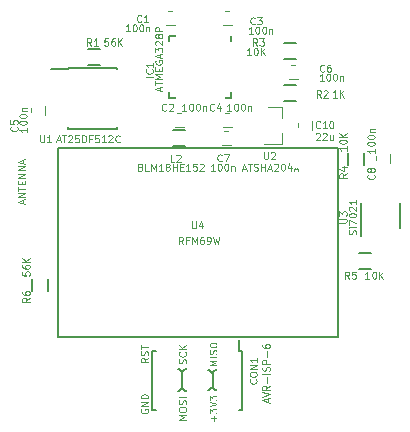
<source format=gto>
G04 #@! TF.GenerationSoftware,KiCad,Pcbnew,no-vcs-found-7500~57~ubuntu16.04.1*
G04 #@! TF.CreationDate,2017-01-23T15:50:57+02:00*
G04 #@! TF.ProjectId,temperature_humidity,74656D70657261747572655F68756D69,rev?*
G04 #@! TF.FileFunction,Legend,Top*
G04 #@! TF.FilePolarity,Positive*
%FSLAX46Y46*%
G04 Gerber Fmt 4.6, Leading zero omitted, Abs format (unit mm)*
G04 Created by KiCad (PCBNEW no-vcs-found-7500~57~ubuntu16.04.1) date Mon Jan 23 15:50:57 2017*
%MOMM*%
%LPD*%
G01*
G04 APERTURE LIST*
%ADD10C,0.100000*%
%ADD11C,0.120000*%
%ADD12C,0.150000*%
%ADD13R,1.670000X2.900000*%
%ADD14R,1.600000X1.150000*%
%ADD15R,1.150000X1.600000*%
%ADD16R,2.125000X2.125000*%
%ADD17R,1.100000X0.650000*%
%ADD18R,0.650000X1.100000*%
%ADD19R,1.900000X3.400000*%
%ADD20R,1.600000X1.300000*%
%ADD21R,1.300000X1.600000*%
%ADD22R,1.950000X1.000000*%
%ADD23R,1.300000X1.200000*%
%ADD24R,1.700000X1.250000*%
%ADD25R,0.850000X1.030000*%
%ADD26R,3.400000X1.600000*%
G04 APERTURE END LIST*
D10*
D11*
X115842857Y-99371428D02*
X115871428Y-99285714D01*
X115871428Y-99142857D01*
X115842857Y-99085714D01*
X115814285Y-99057142D01*
X115757142Y-99028571D01*
X115700000Y-99028571D01*
X115642857Y-99057142D01*
X115614285Y-99085714D01*
X115585714Y-99142857D01*
X115557142Y-99257142D01*
X115528571Y-99314285D01*
X115500000Y-99342857D01*
X115442857Y-99371428D01*
X115385714Y-99371428D01*
X115328571Y-99342857D01*
X115300000Y-99314285D01*
X115271428Y-99257142D01*
X115271428Y-99114285D01*
X115300000Y-99028571D01*
X115814285Y-98428571D02*
X115842857Y-98457142D01*
X115871428Y-98542857D01*
X115871428Y-98600000D01*
X115842857Y-98685714D01*
X115785714Y-98742857D01*
X115728571Y-98771428D01*
X115614285Y-98800000D01*
X115528571Y-98800000D01*
X115414285Y-98771428D01*
X115357142Y-98742857D01*
X115300000Y-98685714D01*
X115271428Y-98600000D01*
X115271428Y-98542857D01*
X115300000Y-98457142D01*
X115328571Y-98428571D01*
X115871428Y-98171428D02*
X115271428Y-98171428D01*
X115871428Y-97828571D02*
X115528571Y-98085714D01*
X115271428Y-97828571D02*
X115614285Y-98171428D01*
X118471428Y-99542857D02*
X117871428Y-99542857D01*
X118300000Y-99342857D01*
X117871428Y-99142857D01*
X118471428Y-99142857D01*
X118471428Y-98857142D02*
X117871428Y-98857142D01*
X118442857Y-98600000D02*
X118471428Y-98514285D01*
X118471428Y-98371428D01*
X118442857Y-98314285D01*
X118414285Y-98285714D01*
X118357142Y-98257142D01*
X118300000Y-98257142D01*
X118242857Y-98285714D01*
X118214285Y-98314285D01*
X118185714Y-98371428D01*
X118157142Y-98485714D01*
X118128571Y-98542857D01*
X118100000Y-98571428D01*
X118042857Y-98600000D01*
X117985714Y-98600000D01*
X117928571Y-98571428D01*
X117900000Y-98542857D01*
X117871428Y-98485714D01*
X117871428Y-98342857D01*
X117900000Y-98257142D01*
X117871428Y-97885714D02*
X117871428Y-97771428D01*
X117900000Y-97714285D01*
X117957142Y-97657142D01*
X118071428Y-97628571D01*
X118271428Y-97628571D01*
X118385714Y-97657142D01*
X118442857Y-97714285D01*
X118471428Y-97771428D01*
X118471428Y-97885714D01*
X118442857Y-97942857D01*
X118385714Y-98000000D01*
X118271428Y-98028571D01*
X118071428Y-98028571D01*
X117957142Y-98000000D01*
X117900000Y-97942857D01*
X117871428Y-97885714D01*
X118242857Y-104257142D02*
X118242857Y-103800000D01*
X118471428Y-104028571D02*
X118014285Y-104028571D01*
X117871428Y-103571428D02*
X117871428Y-103200000D01*
X118100000Y-103400000D01*
X118100000Y-103314285D01*
X118128571Y-103257142D01*
X118157142Y-103228571D01*
X118214285Y-103200000D01*
X118357142Y-103200000D01*
X118414285Y-103228571D01*
X118442857Y-103257142D01*
X118471428Y-103314285D01*
X118471428Y-103485714D01*
X118442857Y-103542857D01*
X118414285Y-103571428D01*
X117871428Y-103028571D02*
X118471428Y-102828571D01*
X117871428Y-102628571D01*
X117871428Y-102485714D02*
X117871428Y-102114285D01*
X118100000Y-102314285D01*
X118100000Y-102228571D01*
X118128571Y-102171428D01*
X118157142Y-102142857D01*
X118214285Y-102114285D01*
X118357142Y-102114285D01*
X118414285Y-102142857D01*
X118442857Y-102171428D01*
X118471428Y-102228571D01*
X118471428Y-102400000D01*
X118442857Y-102457142D01*
X118414285Y-102485714D01*
X115871428Y-104142857D02*
X115271428Y-104142857D01*
X115700000Y-103942857D01*
X115271428Y-103742857D01*
X115871428Y-103742857D01*
X115271428Y-103342857D02*
X115271428Y-103228571D01*
X115300000Y-103171428D01*
X115357142Y-103114285D01*
X115471428Y-103085714D01*
X115671428Y-103085714D01*
X115785714Y-103114285D01*
X115842857Y-103171428D01*
X115871428Y-103228571D01*
X115871428Y-103342857D01*
X115842857Y-103400000D01*
X115785714Y-103457142D01*
X115671428Y-103485714D01*
X115471428Y-103485714D01*
X115357142Y-103457142D01*
X115300000Y-103400000D01*
X115271428Y-103342857D01*
X115842857Y-102857142D02*
X115871428Y-102771428D01*
X115871428Y-102628571D01*
X115842857Y-102571428D01*
X115814285Y-102542857D01*
X115757142Y-102514285D01*
X115700000Y-102514285D01*
X115642857Y-102542857D01*
X115614285Y-102571428D01*
X115585714Y-102628571D01*
X115557142Y-102742857D01*
X115528571Y-102800000D01*
X115500000Y-102828571D01*
X115442857Y-102857142D01*
X115385714Y-102857142D01*
X115328571Y-102828571D01*
X115300000Y-102800000D01*
X115271428Y-102742857D01*
X115271428Y-102600000D01*
X115300000Y-102514285D01*
X115871428Y-102257142D02*
X115271428Y-102257142D01*
X112100000Y-103257142D02*
X112071428Y-103314285D01*
X112071428Y-103400000D01*
X112100000Y-103485714D01*
X112157142Y-103542857D01*
X112214285Y-103571428D01*
X112328571Y-103600000D01*
X112414285Y-103600000D01*
X112528571Y-103571428D01*
X112585714Y-103542857D01*
X112642857Y-103485714D01*
X112671428Y-103400000D01*
X112671428Y-103342857D01*
X112642857Y-103257142D01*
X112614285Y-103228571D01*
X112414285Y-103228571D01*
X112414285Y-103342857D01*
X112671428Y-102971428D02*
X112071428Y-102971428D01*
X112671428Y-102628571D01*
X112071428Y-102628571D01*
X112671428Y-102342857D02*
X112071428Y-102342857D01*
X112071428Y-102200000D01*
X112100000Y-102114285D01*
X112157142Y-102057142D01*
X112214285Y-102028571D01*
X112328571Y-102000000D01*
X112414285Y-102000000D01*
X112528571Y-102028571D01*
X112585714Y-102057142D01*
X112642857Y-102114285D01*
X112671428Y-102200000D01*
X112671428Y-102342857D01*
X112671428Y-98928571D02*
X112385714Y-99128571D01*
X112671428Y-99271428D02*
X112071428Y-99271428D01*
X112071428Y-99042857D01*
X112100000Y-98985714D01*
X112128571Y-98957142D01*
X112185714Y-98928571D01*
X112271428Y-98928571D01*
X112328571Y-98957142D01*
X112357142Y-98985714D01*
X112385714Y-99042857D01*
X112385714Y-99271428D01*
X112642857Y-98700000D02*
X112671428Y-98614285D01*
X112671428Y-98471428D01*
X112642857Y-98414285D01*
X112614285Y-98385714D01*
X112557142Y-98357142D01*
X112500000Y-98357142D01*
X112442857Y-98385714D01*
X112414285Y-98414285D01*
X112385714Y-98471428D01*
X112357142Y-98585714D01*
X112328571Y-98642857D01*
X112300000Y-98671428D01*
X112242857Y-98700000D01*
X112185714Y-98700000D01*
X112128571Y-98671428D01*
X112100000Y-98642857D01*
X112071428Y-98585714D01*
X112071428Y-98442857D01*
X112100000Y-98357142D01*
X112071428Y-98185714D02*
X112071428Y-97842857D01*
X112671428Y-98014285D02*
X112071428Y-98014285D01*
D12*
X115570000Y-100137848D02*
X115570000Y-101439883D01*
X115316000Y-99838000D02*
X115570000Y-100092000D01*
X115570000Y-100092000D02*
X115824000Y-99838000D01*
X115824000Y-99838000D02*
X115951000Y-99838000D01*
X115189000Y-99838000D02*
X115316000Y-99838000D01*
X117856000Y-99938000D02*
X118110000Y-100192000D01*
X115824000Y-101738000D02*
X115570000Y-101484000D01*
X118364000Y-99938000D02*
X118491000Y-99938000D01*
X115316000Y-101738000D02*
X115189000Y-101738000D01*
X118110000Y-100192000D02*
X118364000Y-99938000D01*
X115570000Y-101484000D02*
X115316000Y-101738000D01*
X117729000Y-99938000D02*
X117856000Y-99938000D01*
X115951000Y-101738000D02*
X115824000Y-101738000D01*
X120650000Y-103338000D02*
X120370000Y-103338000D01*
X117856000Y-101638000D02*
X117729000Y-101638000D01*
X118110000Y-101384000D02*
X117856000Y-101638000D01*
X118364000Y-101638000D02*
X118110000Y-101384000D01*
X118491000Y-101638000D02*
X118364000Y-101638000D01*
X120650000Y-103338000D02*
X120650000Y-98338000D01*
X120650000Y-98338000D02*
X120370000Y-98338000D01*
X113030000Y-98338000D02*
X113310000Y-98338000D01*
X113030000Y-103338000D02*
X113030000Y-98338000D01*
X113030000Y-103338000D02*
X113310000Y-103338000D01*
X118140000Y-100138000D02*
X118140000Y-101438000D01*
X120340000Y-98338000D02*
X120340000Y-97438000D01*
D11*
X114204000Y-69504000D02*
X114904000Y-69504000D01*
X114904000Y-70704000D02*
X114204000Y-70704000D01*
X115666000Y-79340000D02*
X114966000Y-79340000D01*
X114966000Y-78140000D02*
X115666000Y-78140000D01*
X119730000Y-70704000D02*
X119030000Y-70704000D01*
X119030000Y-69504000D02*
X119730000Y-69504000D01*
X119730000Y-79340000D02*
X119030000Y-79340000D01*
X119030000Y-78140000D02*
X119730000Y-78140000D01*
X102778000Y-78328000D02*
X102778000Y-77628000D01*
X103978000Y-77628000D02*
X103978000Y-78328000D01*
X124618000Y-74076000D02*
X125318000Y-74076000D01*
X125318000Y-75276000D02*
X124618000Y-75276000D01*
X118964000Y-79664000D02*
X119664000Y-79664000D01*
X119664000Y-80864000D02*
X118964000Y-80864000D01*
X133188000Y-81692000D02*
X133188000Y-82392000D01*
X131988000Y-82392000D02*
X131988000Y-81692000D01*
X125384000Y-79598000D02*
X125384000Y-78898000D01*
X126584000Y-78898000D02*
X126584000Y-79598000D01*
D12*
X119719000Y-76893500D02*
X119719000Y-76368500D01*
X114469000Y-76893500D02*
X114469000Y-76368500D01*
X114469000Y-71643500D02*
X114469000Y-72168500D01*
X119719000Y-71643500D02*
X119719000Y-72168500D01*
X114469000Y-76893500D02*
X114994000Y-76893500D01*
X114469000Y-71643500D02*
X114994000Y-71643500D01*
X119719000Y-76893500D02*
X119194000Y-76893500D01*
X108620000Y-74081000D02*
X107620000Y-74081000D01*
X107620000Y-72731000D02*
X108620000Y-72731000D01*
X125214000Y-77129000D02*
X124214000Y-77129000D01*
X124214000Y-75779000D02*
X125214000Y-75779000D01*
X125214000Y-73573000D02*
X124214000Y-73573000D01*
X124214000Y-72223000D02*
X125214000Y-72223000D01*
X129627000Y-82542000D02*
X129627000Y-81542000D01*
X130977000Y-81542000D02*
X130977000Y-82542000D01*
X130564000Y-90003000D02*
X131564000Y-90003000D01*
X131564000Y-91353000D02*
X130564000Y-91353000D01*
X102873000Y-93210000D02*
X102873000Y-92210000D01*
X104223000Y-92210000D02*
X104223000Y-93210000D01*
X105875000Y-74437000D02*
X104475000Y-74437000D01*
X105875000Y-79537000D02*
X110025000Y-79537000D01*
X105875000Y-74387000D02*
X110025000Y-74387000D01*
X105875000Y-79537000D02*
X105875000Y-79392000D01*
X110025000Y-79537000D02*
X110025000Y-79392000D01*
X110025000Y-74387000D02*
X110025000Y-74532000D01*
X105875000Y-74387000D02*
X105875000Y-74437000D01*
D11*
X123966000Y-80828000D02*
X122506000Y-80828000D01*
X123966000Y-77668000D02*
X121806000Y-77668000D01*
X123966000Y-77668000D02*
X123966000Y-78598000D01*
X123966000Y-80828000D02*
X123966000Y-79898000D01*
D12*
X130684000Y-88598000D02*
X130684000Y-85843000D01*
X133984000Y-87893000D02*
X133984000Y-85843000D01*
X128746000Y-97106000D02*
X105046000Y-97106000D01*
X105046000Y-97106000D02*
X105046000Y-81106000D01*
X105046000Y-81106000D02*
X128746000Y-81106000D01*
X128746000Y-81106000D02*
X128746000Y-97106000D01*
X114816000Y-79589000D02*
X115816000Y-79589000D01*
X115816000Y-80939000D02*
X114816000Y-80939000D01*
D11*
X121814285Y-100728571D02*
X121842857Y-100757142D01*
X121871428Y-100842857D01*
X121871428Y-100900000D01*
X121842857Y-100985714D01*
X121785714Y-101042857D01*
X121728571Y-101071428D01*
X121614285Y-101100000D01*
X121528571Y-101100000D01*
X121414285Y-101071428D01*
X121357142Y-101042857D01*
X121300000Y-100985714D01*
X121271428Y-100900000D01*
X121271428Y-100842857D01*
X121300000Y-100757142D01*
X121328571Y-100728571D01*
X121271428Y-100357142D02*
X121271428Y-100242857D01*
X121300000Y-100185714D01*
X121357142Y-100128571D01*
X121471428Y-100100000D01*
X121671428Y-100100000D01*
X121785714Y-100128571D01*
X121842857Y-100185714D01*
X121871428Y-100242857D01*
X121871428Y-100357142D01*
X121842857Y-100414285D01*
X121785714Y-100471428D01*
X121671428Y-100500000D01*
X121471428Y-100500000D01*
X121357142Y-100471428D01*
X121300000Y-100414285D01*
X121271428Y-100357142D01*
X121871428Y-99842857D02*
X121271428Y-99842857D01*
X121871428Y-99500000D01*
X121271428Y-99500000D01*
X121871428Y-98900000D02*
X121871428Y-99242857D01*
X121871428Y-99071428D02*
X121271428Y-99071428D01*
X121357142Y-99128571D01*
X121414285Y-99185714D01*
X121442857Y-99242857D01*
X122782000Y-102657142D02*
X122782000Y-102371428D01*
X122953428Y-102714285D02*
X122353428Y-102514285D01*
X122953428Y-102314285D01*
X122353428Y-102200000D02*
X122953428Y-102000000D01*
X122353428Y-101800000D01*
X122953428Y-101257142D02*
X122667714Y-101457142D01*
X122953428Y-101600000D02*
X122353428Y-101600000D01*
X122353428Y-101371428D01*
X122382000Y-101314285D01*
X122410571Y-101285714D01*
X122467714Y-101257142D01*
X122553428Y-101257142D01*
X122610571Y-101285714D01*
X122639142Y-101314285D01*
X122667714Y-101371428D01*
X122667714Y-101600000D01*
X122724857Y-101000000D02*
X122724857Y-100542857D01*
X122953428Y-100257142D02*
X122353428Y-100257142D01*
X122924857Y-100000000D02*
X122953428Y-99914285D01*
X122953428Y-99771428D01*
X122924857Y-99714285D01*
X122896285Y-99685714D01*
X122839142Y-99657142D01*
X122782000Y-99657142D01*
X122724857Y-99685714D01*
X122696285Y-99714285D01*
X122667714Y-99771428D01*
X122639142Y-99885714D01*
X122610571Y-99942857D01*
X122582000Y-99971428D01*
X122524857Y-100000000D01*
X122467714Y-100000000D01*
X122410571Y-99971428D01*
X122382000Y-99942857D01*
X122353428Y-99885714D01*
X122353428Y-99742857D01*
X122382000Y-99657142D01*
X122953428Y-99400000D02*
X122353428Y-99400000D01*
X122353428Y-99171428D01*
X122382000Y-99114285D01*
X122410571Y-99085714D01*
X122467714Y-99057142D01*
X122553428Y-99057142D01*
X122610571Y-99085714D01*
X122639142Y-99114285D01*
X122667714Y-99171428D01*
X122667714Y-99400000D01*
X122724857Y-98800000D02*
X122724857Y-98342857D01*
X122353428Y-97800000D02*
X122353428Y-97914285D01*
X122382000Y-97971428D01*
X122410571Y-98000000D01*
X122496285Y-98057142D01*
X122610571Y-98085714D01*
X122839142Y-98085714D01*
X122896285Y-98057142D01*
X122924857Y-98028571D01*
X122953428Y-97971428D01*
X122953428Y-97857142D01*
X122924857Y-97800000D01*
X122896285Y-97771428D01*
X122839142Y-97742857D01*
X122696285Y-97742857D01*
X122639142Y-97771428D01*
X122610571Y-97800000D01*
X122582000Y-97857142D01*
X122582000Y-97971428D01*
X122610571Y-98028571D01*
X122639142Y-98057142D01*
X122696285Y-98085714D01*
X112100000Y-70414285D02*
X112071428Y-70442857D01*
X111985714Y-70471428D01*
X111928571Y-70471428D01*
X111842857Y-70442857D01*
X111785714Y-70385714D01*
X111757142Y-70328571D01*
X111728571Y-70214285D01*
X111728571Y-70128571D01*
X111757142Y-70014285D01*
X111785714Y-69957142D01*
X111842857Y-69900000D01*
X111928571Y-69871428D01*
X111985714Y-69871428D01*
X112071428Y-69900000D01*
X112100000Y-69928571D01*
X112671428Y-70471428D02*
X112328571Y-70471428D01*
X112500000Y-70471428D02*
X112500000Y-69871428D01*
X112442857Y-69957142D01*
X112385714Y-70014285D01*
X112328571Y-70042857D01*
X111128571Y-71271428D02*
X110785714Y-71271428D01*
X110957142Y-71271428D02*
X110957142Y-70671428D01*
X110900000Y-70757142D01*
X110842857Y-70814285D01*
X110785714Y-70842857D01*
X111500000Y-70671428D02*
X111557142Y-70671428D01*
X111614285Y-70700000D01*
X111642857Y-70728571D01*
X111671428Y-70785714D01*
X111700000Y-70900000D01*
X111700000Y-71042857D01*
X111671428Y-71157142D01*
X111642857Y-71214285D01*
X111614285Y-71242857D01*
X111557142Y-71271428D01*
X111500000Y-71271428D01*
X111442857Y-71242857D01*
X111414285Y-71214285D01*
X111385714Y-71157142D01*
X111357142Y-71042857D01*
X111357142Y-70900000D01*
X111385714Y-70785714D01*
X111414285Y-70728571D01*
X111442857Y-70700000D01*
X111500000Y-70671428D01*
X112071428Y-70671428D02*
X112128571Y-70671428D01*
X112185714Y-70700000D01*
X112214285Y-70728571D01*
X112242857Y-70785714D01*
X112271428Y-70900000D01*
X112271428Y-71042857D01*
X112242857Y-71157142D01*
X112214285Y-71214285D01*
X112185714Y-71242857D01*
X112128571Y-71271428D01*
X112071428Y-71271428D01*
X112014285Y-71242857D01*
X111985714Y-71214285D01*
X111957142Y-71157142D01*
X111928571Y-71042857D01*
X111928571Y-70900000D01*
X111957142Y-70785714D01*
X111985714Y-70728571D01*
X112014285Y-70700000D01*
X112071428Y-70671428D01*
X112528571Y-70871428D02*
X112528571Y-71271428D01*
X112528571Y-70928571D02*
X112557142Y-70900000D01*
X112614285Y-70871428D01*
X112700000Y-70871428D01*
X112757142Y-70900000D01*
X112785714Y-70957142D01*
X112785714Y-71271428D01*
X114200000Y-77938285D02*
X114171428Y-77966857D01*
X114085714Y-77995428D01*
X114028571Y-77995428D01*
X113942857Y-77966857D01*
X113885714Y-77909714D01*
X113857142Y-77852571D01*
X113828571Y-77738285D01*
X113828571Y-77652571D01*
X113857142Y-77538285D01*
X113885714Y-77481142D01*
X113942857Y-77424000D01*
X114028571Y-77395428D01*
X114085714Y-77395428D01*
X114171428Y-77424000D01*
X114200000Y-77452571D01*
X114428571Y-77452571D02*
X114457142Y-77424000D01*
X114514285Y-77395428D01*
X114657142Y-77395428D01*
X114714285Y-77424000D01*
X114742857Y-77452571D01*
X114771428Y-77509714D01*
X114771428Y-77566857D01*
X114742857Y-77652571D01*
X114400000Y-77995428D01*
X114771428Y-77995428D01*
X115914571Y-77995428D02*
X115571714Y-77995428D01*
X115743142Y-77995428D02*
X115743142Y-77395428D01*
X115686000Y-77481142D01*
X115628857Y-77538285D01*
X115571714Y-77566857D01*
X116286000Y-77395428D02*
X116343142Y-77395428D01*
X116400285Y-77424000D01*
X116428857Y-77452571D01*
X116457428Y-77509714D01*
X116486000Y-77624000D01*
X116486000Y-77766857D01*
X116457428Y-77881142D01*
X116428857Y-77938285D01*
X116400285Y-77966857D01*
X116343142Y-77995428D01*
X116286000Y-77995428D01*
X116228857Y-77966857D01*
X116200285Y-77938285D01*
X116171714Y-77881142D01*
X116143142Y-77766857D01*
X116143142Y-77624000D01*
X116171714Y-77509714D01*
X116200285Y-77452571D01*
X116228857Y-77424000D01*
X116286000Y-77395428D01*
X116857428Y-77395428D02*
X116914571Y-77395428D01*
X116971714Y-77424000D01*
X117000285Y-77452571D01*
X117028857Y-77509714D01*
X117057428Y-77624000D01*
X117057428Y-77766857D01*
X117028857Y-77881142D01*
X117000285Y-77938285D01*
X116971714Y-77966857D01*
X116914571Y-77995428D01*
X116857428Y-77995428D01*
X116800285Y-77966857D01*
X116771714Y-77938285D01*
X116743142Y-77881142D01*
X116714571Y-77766857D01*
X116714571Y-77624000D01*
X116743142Y-77509714D01*
X116771714Y-77452571D01*
X116800285Y-77424000D01*
X116857428Y-77395428D01*
X117314571Y-77595428D02*
X117314571Y-77995428D01*
X117314571Y-77652571D02*
X117343142Y-77624000D01*
X117400285Y-77595428D01*
X117486000Y-77595428D01*
X117543142Y-77624000D01*
X117571714Y-77681142D01*
X117571714Y-77995428D01*
X121700000Y-70614285D02*
X121671428Y-70642857D01*
X121585714Y-70671428D01*
X121528571Y-70671428D01*
X121442857Y-70642857D01*
X121385714Y-70585714D01*
X121357142Y-70528571D01*
X121328571Y-70414285D01*
X121328571Y-70328571D01*
X121357142Y-70214285D01*
X121385714Y-70157142D01*
X121442857Y-70100000D01*
X121528571Y-70071428D01*
X121585714Y-70071428D01*
X121671428Y-70100000D01*
X121700000Y-70128571D01*
X121900000Y-70071428D02*
X122271428Y-70071428D01*
X122071428Y-70300000D01*
X122157142Y-70300000D01*
X122214285Y-70328571D01*
X122242857Y-70357142D01*
X122271428Y-70414285D01*
X122271428Y-70557142D01*
X122242857Y-70614285D01*
X122214285Y-70642857D01*
X122157142Y-70671428D01*
X121985714Y-70671428D01*
X121928571Y-70642857D01*
X121900000Y-70614285D01*
X121528571Y-71471428D02*
X121185714Y-71471428D01*
X121357142Y-71471428D02*
X121357142Y-70871428D01*
X121300000Y-70957142D01*
X121242857Y-71014285D01*
X121185714Y-71042857D01*
X121900000Y-70871428D02*
X121957142Y-70871428D01*
X122014285Y-70900000D01*
X122042857Y-70928571D01*
X122071428Y-70985714D01*
X122100000Y-71100000D01*
X122100000Y-71242857D01*
X122071428Y-71357142D01*
X122042857Y-71414285D01*
X122014285Y-71442857D01*
X121957142Y-71471428D01*
X121900000Y-71471428D01*
X121842857Y-71442857D01*
X121814285Y-71414285D01*
X121785714Y-71357142D01*
X121757142Y-71242857D01*
X121757142Y-71100000D01*
X121785714Y-70985714D01*
X121814285Y-70928571D01*
X121842857Y-70900000D01*
X121900000Y-70871428D01*
X122471428Y-70871428D02*
X122528571Y-70871428D01*
X122585714Y-70900000D01*
X122614285Y-70928571D01*
X122642857Y-70985714D01*
X122671428Y-71100000D01*
X122671428Y-71242857D01*
X122642857Y-71357142D01*
X122614285Y-71414285D01*
X122585714Y-71442857D01*
X122528571Y-71471428D01*
X122471428Y-71471428D01*
X122414285Y-71442857D01*
X122385714Y-71414285D01*
X122357142Y-71357142D01*
X122328571Y-71242857D01*
X122328571Y-71100000D01*
X122357142Y-70985714D01*
X122385714Y-70928571D01*
X122414285Y-70900000D01*
X122471428Y-70871428D01*
X122928571Y-71071428D02*
X122928571Y-71471428D01*
X122928571Y-71128571D02*
X122957142Y-71100000D01*
X123014285Y-71071428D01*
X123100000Y-71071428D01*
X123157142Y-71100000D01*
X123185714Y-71157142D01*
X123185714Y-71471428D01*
X118264000Y-77938285D02*
X118235428Y-77966857D01*
X118149714Y-77995428D01*
X118092571Y-77995428D01*
X118006857Y-77966857D01*
X117949714Y-77909714D01*
X117921142Y-77852571D01*
X117892571Y-77738285D01*
X117892571Y-77652571D01*
X117921142Y-77538285D01*
X117949714Y-77481142D01*
X118006857Y-77424000D01*
X118092571Y-77395428D01*
X118149714Y-77395428D01*
X118235428Y-77424000D01*
X118264000Y-77452571D01*
X118778285Y-77595428D02*
X118778285Y-77995428D01*
X118635428Y-77366857D02*
X118492571Y-77795428D01*
X118864000Y-77795428D01*
X119724571Y-77995428D02*
X119381714Y-77995428D01*
X119553142Y-77995428D02*
X119553142Y-77395428D01*
X119496000Y-77481142D01*
X119438857Y-77538285D01*
X119381714Y-77566857D01*
X120096000Y-77395428D02*
X120153142Y-77395428D01*
X120210285Y-77424000D01*
X120238857Y-77452571D01*
X120267428Y-77509714D01*
X120296000Y-77624000D01*
X120296000Y-77766857D01*
X120267428Y-77881142D01*
X120238857Y-77938285D01*
X120210285Y-77966857D01*
X120153142Y-77995428D01*
X120096000Y-77995428D01*
X120038857Y-77966857D01*
X120010285Y-77938285D01*
X119981714Y-77881142D01*
X119953142Y-77766857D01*
X119953142Y-77624000D01*
X119981714Y-77509714D01*
X120010285Y-77452571D01*
X120038857Y-77424000D01*
X120096000Y-77395428D01*
X120667428Y-77395428D02*
X120724571Y-77395428D01*
X120781714Y-77424000D01*
X120810285Y-77452571D01*
X120838857Y-77509714D01*
X120867428Y-77624000D01*
X120867428Y-77766857D01*
X120838857Y-77881142D01*
X120810285Y-77938285D01*
X120781714Y-77966857D01*
X120724571Y-77995428D01*
X120667428Y-77995428D01*
X120610285Y-77966857D01*
X120581714Y-77938285D01*
X120553142Y-77881142D01*
X120524571Y-77766857D01*
X120524571Y-77624000D01*
X120553142Y-77509714D01*
X120581714Y-77452571D01*
X120610285Y-77424000D01*
X120667428Y-77395428D01*
X121124571Y-77595428D02*
X121124571Y-77995428D01*
X121124571Y-77652571D02*
X121153142Y-77624000D01*
X121210285Y-77595428D01*
X121296000Y-77595428D01*
X121353142Y-77624000D01*
X121381714Y-77681142D01*
X121381714Y-77995428D01*
X101560285Y-79348000D02*
X101588857Y-79376571D01*
X101617428Y-79462285D01*
X101617428Y-79519428D01*
X101588857Y-79605142D01*
X101531714Y-79662285D01*
X101474571Y-79690857D01*
X101360285Y-79719428D01*
X101274571Y-79719428D01*
X101160285Y-79690857D01*
X101103142Y-79662285D01*
X101046000Y-79605142D01*
X101017428Y-79519428D01*
X101017428Y-79462285D01*
X101046000Y-79376571D01*
X101074571Y-79348000D01*
X101017428Y-78805142D02*
X101017428Y-79090857D01*
X101303142Y-79119428D01*
X101274571Y-79090857D01*
X101246000Y-79033714D01*
X101246000Y-78890857D01*
X101274571Y-78833714D01*
X101303142Y-78805142D01*
X101360285Y-78776571D01*
X101503142Y-78776571D01*
X101560285Y-78805142D01*
X101588857Y-78833714D01*
X101617428Y-78890857D01*
X101617428Y-79033714D01*
X101588857Y-79090857D01*
X101560285Y-79119428D01*
X102379428Y-79411428D02*
X102379428Y-79754285D01*
X102379428Y-79582857D02*
X101779428Y-79582857D01*
X101865142Y-79640000D01*
X101922285Y-79697142D01*
X101950857Y-79754285D01*
X101779428Y-79040000D02*
X101779428Y-78982857D01*
X101808000Y-78925714D01*
X101836571Y-78897142D01*
X101893714Y-78868571D01*
X102008000Y-78840000D01*
X102150857Y-78840000D01*
X102265142Y-78868571D01*
X102322285Y-78897142D01*
X102350857Y-78925714D01*
X102379428Y-78982857D01*
X102379428Y-79040000D01*
X102350857Y-79097142D01*
X102322285Y-79125714D01*
X102265142Y-79154285D01*
X102150857Y-79182857D01*
X102008000Y-79182857D01*
X101893714Y-79154285D01*
X101836571Y-79125714D01*
X101808000Y-79097142D01*
X101779428Y-79040000D01*
X101779428Y-78468571D02*
X101779428Y-78411428D01*
X101808000Y-78354285D01*
X101836571Y-78325714D01*
X101893714Y-78297142D01*
X102008000Y-78268571D01*
X102150857Y-78268571D01*
X102265142Y-78297142D01*
X102322285Y-78325714D01*
X102350857Y-78354285D01*
X102379428Y-78411428D01*
X102379428Y-78468571D01*
X102350857Y-78525714D01*
X102322285Y-78554285D01*
X102265142Y-78582857D01*
X102150857Y-78611428D01*
X102008000Y-78611428D01*
X101893714Y-78582857D01*
X101836571Y-78554285D01*
X101808000Y-78525714D01*
X101779428Y-78468571D01*
X101979428Y-78011428D02*
X102379428Y-78011428D01*
X102036571Y-78011428D02*
X102008000Y-77982857D01*
X101979428Y-77925714D01*
X101979428Y-77840000D01*
X102008000Y-77782857D01*
X102065142Y-77754285D01*
X102379428Y-77754285D01*
X127596000Y-74636285D02*
X127567428Y-74664857D01*
X127481714Y-74693428D01*
X127424571Y-74693428D01*
X127338857Y-74664857D01*
X127281714Y-74607714D01*
X127253142Y-74550571D01*
X127224571Y-74436285D01*
X127224571Y-74350571D01*
X127253142Y-74236285D01*
X127281714Y-74179142D01*
X127338857Y-74122000D01*
X127424571Y-74093428D01*
X127481714Y-74093428D01*
X127567428Y-74122000D01*
X127596000Y-74150571D01*
X128110285Y-74093428D02*
X127996000Y-74093428D01*
X127938857Y-74122000D01*
X127910285Y-74150571D01*
X127853142Y-74236285D01*
X127824571Y-74350571D01*
X127824571Y-74579142D01*
X127853142Y-74636285D01*
X127881714Y-74664857D01*
X127938857Y-74693428D01*
X128053142Y-74693428D01*
X128110285Y-74664857D01*
X128138857Y-74636285D01*
X128167428Y-74579142D01*
X128167428Y-74436285D01*
X128138857Y-74379142D01*
X128110285Y-74350571D01*
X128053142Y-74322000D01*
X127938857Y-74322000D01*
X127881714Y-74350571D01*
X127853142Y-74379142D01*
X127824571Y-74436285D01*
X127532571Y-75455428D02*
X127189714Y-75455428D01*
X127361142Y-75455428D02*
X127361142Y-74855428D01*
X127304000Y-74941142D01*
X127246857Y-74998285D01*
X127189714Y-75026857D01*
X127904000Y-74855428D02*
X127961142Y-74855428D01*
X128018285Y-74884000D01*
X128046857Y-74912571D01*
X128075428Y-74969714D01*
X128104000Y-75084000D01*
X128104000Y-75226857D01*
X128075428Y-75341142D01*
X128046857Y-75398285D01*
X128018285Y-75426857D01*
X127961142Y-75455428D01*
X127904000Y-75455428D01*
X127846857Y-75426857D01*
X127818285Y-75398285D01*
X127789714Y-75341142D01*
X127761142Y-75226857D01*
X127761142Y-75084000D01*
X127789714Y-74969714D01*
X127818285Y-74912571D01*
X127846857Y-74884000D01*
X127904000Y-74855428D01*
X128475428Y-74855428D02*
X128532571Y-74855428D01*
X128589714Y-74884000D01*
X128618285Y-74912571D01*
X128646857Y-74969714D01*
X128675428Y-75084000D01*
X128675428Y-75226857D01*
X128646857Y-75341142D01*
X128618285Y-75398285D01*
X128589714Y-75426857D01*
X128532571Y-75455428D01*
X128475428Y-75455428D01*
X128418285Y-75426857D01*
X128389714Y-75398285D01*
X128361142Y-75341142D01*
X128332571Y-75226857D01*
X128332571Y-75084000D01*
X128361142Y-74969714D01*
X128389714Y-74912571D01*
X128418285Y-74884000D01*
X128475428Y-74855428D01*
X128932571Y-75055428D02*
X128932571Y-75455428D01*
X128932571Y-75112571D02*
X128961142Y-75084000D01*
X129018285Y-75055428D01*
X129104000Y-75055428D01*
X129161142Y-75084000D01*
X129189714Y-75141142D01*
X129189714Y-75455428D01*
X118900000Y-82214285D02*
X118871428Y-82242857D01*
X118785714Y-82271428D01*
X118728571Y-82271428D01*
X118642857Y-82242857D01*
X118585714Y-82185714D01*
X118557142Y-82128571D01*
X118528571Y-82014285D01*
X118528571Y-81928571D01*
X118557142Y-81814285D01*
X118585714Y-81757142D01*
X118642857Y-81700000D01*
X118728571Y-81671428D01*
X118785714Y-81671428D01*
X118871428Y-81700000D01*
X118900000Y-81728571D01*
X119100000Y-81671428D02*
X119500000Y-81671428D01*
X119242857Y-82271428D01*
X118328571Y-83071428D02*
X117985714Y-83071428D01*
X118157142Y-83071428D02*
X118157142Y-82471428D01*
X118100000Y-82557142D01*
X118042857Y-82614285D01*
X117985714Y-82642857D01*
X118700000Y-82471428D02*
X118757142Y-82471428D01*
X118814285Y-82500000D01*
X118842857Y-82528571D01*
X118871428Y-82585714D01*
X118900000Y-82700000D01*
X118900000Y-82842857D01*
X118871428Y-82957142D01*
X118842857Y-83014285D01*
X118814285Y-83042857D01*
X118757142Y-83071428D01*
X118700000Y-83071428D01*
X118642857Y-83042857D01*
X118614285Y-83014285D01*
X118585714Y-82957142D01*
X118557142Y-82842857D01*
X118557142Y-82700000D01*
X118585714Y-82585714D01*
X118614285Y-82528571D01*
X118642857Y-82500000D01*
X118700000Y-82471428D01*
X119271428Y-82471428D02*
X119328571Y-82471428D01*
X119385714Y-82500000D01*
X119414285Y-82528571D01*
X119442857Y-82585714D01*
X119471428Y-82700000D01*
X119471428Y-82842857D01*
X119442857Y-82957142D01*
X119414285Y-83014285D01*
X119385714Y-83042857D01*
X119328571Y-83071428D01*
X119271428Y-83071428D01*
X119214285Y-83042857D01*
X119185714Y-83014285D01*
X119157142Y-82957142D01*
X119128571Y-82842857D01*
X119128571Y-82700000D01*
X119157142Y-82585714D01*
X119185714Y-82528571D01*
X119214285Y-82500000D01*
X119271428Y-82471428D01*
X119728571Y-82671428D02*
X119728571Y-83071428D01*
X119728571Y-82728571D02*
X119757142Y-82700000D01*
X119814285Y-82671428D01*
X119900000Y-82671428D01*
X119957142Y-82700000D01*
X119985714Y-82757142D01*
X119985714Y-83071428D01*
X131786285Y-83412000D02*
X131814857Y-83440571D01*
X131843428Y-83526285D01*
X131843428Y-83583428D01*
X131814857Y-83669142D01*
X131757714Y-83726285D01*
X131700571Y-83754857D01*
X131586285Y-83783428D01*
X131500571Y-83783428D01*
X131386285Y-83754857D01*
X131329142Y-83726285D01*
X131272000Y-83669142D01*
X131243428Y-83583428D01*
X131243428Y-83526285D01*
X131272000Y-83440571D01*
X131300571Y-83412000D01*
X131500571Y-83069142D02*
X131472000Y-83126285D01*
X131443428Y-83154857D01*
X131386285Y-83183428D01*
X131357714Y-83183428D01*
X131300571Y-83154857D01*
X131272000Y-83126285D01*
X131243428Y-83069142D01*
X131243428Y-82954857D01*
X131272000Y-82897714D01*
X131300571Y-82869142D01*
X131357714Y-82840571D01*
X131386285Y-82840571D01*
X131443428Y-82869142D01*
X131472000Y-82897714D01*
X131500571Y-82954857D01*
X131500571Y-83069142D01*
X131529142Y-83126285D01*
X131557714Y-83154857D01*
X131614857Y-83183428D01*
X131729142Y-83183428D01*
X131786285Y-83154857D01*
X131814857Y-83126285D01*
X131843428Y-83069142D01*
X131843428Y-82954857D01*
X131814857Y-82897714D01*
X131786285Y-82869142D01*
X131729142Y-82840571D01*
X131614857Y-82840571D01*
X131557714Y-82869142D01*
X131529142Y-82897714D01*
X131500571Y-82954857D01*
X131843428Y-81189428D02*
X131843428Y-81532285D01*
X131843428Y-81360857D02*
X131243428Y-81360857D01*
X131329142Y-81418000D01*
X131386285Y-81475142D01*
X131414857Y-81532285D01*
X131243428Y-80818000D02*
X131243428Y-80760857D01*
X131272000Y-80703714D01*
X131300571Y-80675142D01*
X131357714Y-80646571D01*
X131472000Y-80618000D01*
X131614857Y-80618000D01*
X131729142Y-80646571D01*
X131786285Y-80675142D01*
X131814857Y-80703714D01*
X131843428Y-80760857D01*
X131843428Y-80818000D01*
X131814857Y-80875142D01*
X131786285Y-80903714D01*
X131729142Y-80932285D01*
X131614857Y-80960857D01*
X131472000Y-80960857D01*
X131357714Y-80932285D01*
X131300571Y-80903714D01*
X131272000Y-80875142D01*
X131243428Y-80818000D01*
X131243428Y-80246571D02*
X131243428Y-80189428D01*
X131272000Y-80132285D01*
X131300571Y-80103714D01*
X131357714Y-80075142D01*
X131472000Y-80046571D01*
X131614857Y-80046571D01*
X131729142Y-80075142D01*
X131786285Y-80103714D01*
X131814857Y-80132285D01*
X131843428Y-80189428D01*
X131843428Y-80246571D01*
X131814857Y-80303714D01*
X131786285Y-80332285D01*
X131729142Y-80360857D01*
X131614857Y-80389428D01*
X131472000Y-80389428D01*
X131357714Y-80360857D01*
X131300571Y-80332285D01*
X131272000Y-80303714D01*
X131243428Y-80246571D01*
X131443428Y-79789428D02*
X131843428Y-79789428D01*
X131500571Y-79789428D02*
X131472000Y-79760857D01*
X131443428Y-79703714D01*
X131443428Y-79618000D01*
X131472000Y-79560857D01*
X131529142Y-79532285D01*
X131843428Y-79532285D01*
X127214285Y-79414285D02*
X127185714Y-79442857D01*
X127100000Y-79471428D01*
X127042857Y-79471428D01*
X126957142Y-79442857D01*
X126900000Y-79385714D01*
X126871428Y-79328571D01*
X126842857Y-79214285D01*
X126842857Y-79128571D01*
X126871428Y-79014285D01*
X126900000Y-78957142D01*
X126957142Y-78900000D01*
X127042857Y-78871428D01*
X127100000Y-78871428D01*
X127185714Y-78900000D01*
X127214285Y-78928571D01*
X127785714Y-79471428D02*
X127442857Y-79471428D01*
X127614285Y-79471428D02*
X127614285Y-78871428D01*
X127557142Y-78957142D01*
X127500000Y-79014285D01*
X127442857Y-79042857D01*
X128157142Y-78871428D02*
X128214285Y-78871428D01*
X128271428Y-78900000D01*
X128300000Y-78928571D01*
X128328571Y-78985714D01*
X128357142Y-79100000D01*
X128357142Y-79242857D01*
X128328571Y-79357142D01*
X128300000Y-79414285D01*
X128271428Y-79442857D01*
X128214285Y-79471428D01*
X128157142Y-79471428D01*
X128100000Y-79442857D01*
X128071428Y-79414285D01*
X128042857Y-79357142D01*
X128014285Y-79242857D01*
X128014285Y-79100000D01*
X128042857Y-78985714D01*
X128071428Y-78928571D01*
X128100000Y-78900000D01*
X128157142Y-78871428D01*
X126871428Y-79928571D02*
X126900000Y-79900000D01*
X126957142Y-79871428D01*
X127100000Y-79871428D01*
X127157142Y-79900000D01*
X127185714Y-79928571D01*
X127214285Y-79985714D01*
X127214285Y-80042857D01*
X127185714Y-80128571D01*
X126842857Y-80471428D01*
X127214285Y-80471428D01*
X127442857Y-79928571D02*
X127471428Y-79900000D01*
X127528571Y-79871428D01*
X127671428Y-79871428D01*
X127728571Y-79900000D01*
X127757142Y-79928571D01*
X127785714Y-79985714D01*
X127785714Y-80042857D01*
X127757142Y-80128571D01*
X127414285Y-80471428D01*
X127785714Y-80471428D01*
X128300000Y-80071428D02*
X128300000Y-80471428D01*
X128042857Y-80071428D02*
X128042857Y-80385714D01*
X128071428Y-80442857D01*
X128128571Y-80471428D01*
X128214285Y-80471428D01*
X128271428Y-80442857D01*
X128300000Y-80414285D01*
X113071428Y-75108214D02*
X112471428Y-75108214D01*
X113014285Y-74479642D02*
X113042857Y-74508214D01*
X113071428Y-74593928D01*
X113071428Y-74651071D01*
X113042857Y-74736785D01*
X112985714Y-74793928D01*
X112928571Y-74822500D01*
X112814285Y-74851071D01*
X112728571Y-74851071D01*
X112614285Y-74822500D01*
X112557142Y-74793928D01*
X112500000Y-74736785D01*
X112471428Y-74651071D01*
X112471428Y-74593928D01*
X112500000Y-74508214D01*
X112528571Y-74479642D01*
X113071428Y-73908214D02*
X113071428Y-74251071D01*
X113071428Y-74079642D02*
X112471428Y-74079642D01*
X112557142Y-74136785D01*
X112614285Y-74193928D01*
X112642857Y-74251071D01*
X113700000Y-76300000D02*
X113700000Y-76014285D01*
X113871428Y-76357142D02*
X113271428Y-76157142D01*
X113871428Y-75957142D01*
X113271428Y-75842857D02*
X113271428Y-75500000D01*
X113871428Y-75671428D02*
X113271428Y-75671428D01*
X113871428Y-75300000D02*
X113271428Y-75300000D01*
X113700000Y-75100000D01*
X113271428Y-74900000D01*
X113871428Y-74900000D01*
X113557142Y-74614285D02*
X113557142Y-74414285D01*
X113871428Y-74328571D02*
X113871428Y-74614285D01*
X113271428Y-74614285D01*
X113271428Y-74328571D01*
X113300000Y-73757142D02*
X113271428Y-73814285D01*
X113271428Y-73900000D01*
X113300000Y-73985714D01*
X113357142Y-74042857D01*
X113414285Y-74071428D01*
X113528571Y-74100000D01*
X113614285Y-74100000D01*
X113728571Y-74071428D01*
X113785714Y-74042857D01*
X113842857Y-73985714D01*
X113871428Y-73900000D01*
X113871428Y-73842857D01*
X113842857Y-73757142D01*
X113814285Y-73728571D01*
X113614285Y-73728571D01*
X113614285Y-73842857D01*
X113700000Y-73500000D02*
X113700000Y-73214285D01*
X113871428Y-73557142D02*
X113271428Y-73357142D01*
X113871428Y-73157142D01*
X113271428Y-73014285D02*
X113271428Y-72642857D01*
X113500000Y-72842857D01*
X113500000Y-72757142D01*
X113528571Y-72700000D01*
X113557142Y-72671428D01*
X113614285Y-72642857D01*
X113757142Y-72642857D01*
X113814285Y-72671428D01*
X113842857Y-72700000D01*
X113871428Y-72757142D01*
X113871428Y-72928571D01*
X113842857Y-72985714D01*
X113814285Y-73014285D01*
X113328571Y-72414285D02*
X113300000Y-72385714D01*
X113271428Y-72328571D01*
X113271428Y-72185714D01*
X113300000Y-72128571D01*
X113328571Y-72100000D01*
X113385714Y-72071428D01*
X113442857Y-72071428D01*
X113528571Y-72100000D01*
X113871428Y-72442857D01*
X113871428Y-72071428D01*
X113528571Y-71728571D02*
X113500000Y-71785714D01*
X113471428Y-71814285D01*
X113414285Y-71842857D01*
X113385714Y-71842857D01*
X113328571Y-71814285D01*
X113300000Y-71785714D01*
X113271428Y-71728571D01*
X113271428Y-71614285D01*
X113300000Y-71557142D01*
X113328571Y-71528571D01*
X113385714Y-71500000D01*
X113414285Y-71500000D01*
X113471428Y-71528571D01*
X113500000Y-71557142D01*
X113528571Y-71614285D01*
X113528571Y-71728571D01*
X113557142Y-71785714D01*
X113585714Y-71814285D01*
X113642857Y-71842857D01*
X113757142Y-71842857D01*
X113814285Y-71814285D01*
X113842857Y-71785714D01*
X113871428Y-71728571D01*
X113871428Y-71614285D01*
X113842857Y-71557142D01*
X113814285Y-71528571D01*
X113757142Y-71500000D01*
X113642857Y-71500000D01*
X113585714Y-71528571D01*
X113557142Y-71557142D01*
X113528571Y-71614285D01*
X113871428Y-71242857D02*
X113271428Y-71242857D01*
X113271428Y-71014285D01*
X113300000Y-70957142D01*
X113328571Y-70928571D01*
X113385714Y-70900000D01*
X113471428Y-70900000D01*
X113528571Y-70928571D01*
X113557142Y-70957142D01*
X113585714Y-71014285D01*
X113585714Y-71242857D01*
X102100000Y-85842857D02*
X102100000Y-85557142D01*
X102271428Y-85900000D02*
X101671428Y-85700000D01*
X102271428Y-85500000D01*
X102271428Y-85300000D02*
X101671428Y-85300000D01*
X102271428Y-84957142D01*
X101671428Y-84957142D01*
X101671428Y-84757142D02*
X101671428Y-84414285D01*
X102271428Y-84585714D02*
X101671428Y-84585714D01*
X101957142Y-84214285D02*
X101957142Y-84014285D01*
X102271428Y-83928571D02*
X102271428Y-84214285D01*
X101671428Y-84214285D01*
X101671428Y-83928571D01*
X102271428Y-83671428D02*
X101671428Y-83671428D01*
X102271428Y-83328571D01*
X101671428Y-83328571D01*
X102271428Y-83042857D02*
X101671428Y-83042857D01*
X102271428Y-82700000D01*
X101671428Y-82700000D01*
X102100000Y-82442857D02*
X102100000Y-82157142D01*
X102271428Y-82500000D02*
X101671428Y-82300000D01*
X102271428Y-82100000D01*
X107850000Y-72471428D02*
X107650000Y-72185714D01*
X107507142Y-72471428D02*
X107507142Y-71871428D01*
X107735714Y-71871428D01*
X107792857Y-71900000D01*
X107821428Y-71928571D01*
X107850000Y-71985714D01*
X107850000Y-72071428D01*
X107821428Y-72128571D01*
X107792857Y-72157142D01*
X107735714Y-72185714D01*
X107507142Y-72185714D01*
X108421428Y-72471428D02*
X108078571Y-72471428D01*
X108250000Y-72471428D02*
X108250000Y-71871428D01*
X108192857Y-71957142D01*
X108135714Y-72014285D01*
X108078571Y-72042857D01*
X109285142Y-71871428D02*
X108999428Y-71871428D01*
X108970857Y-72157142D01*
X108999428Y-72128571D01*
X109056571Y-72100000D01*
X109199428Y-72100000D01*
X109256571Y-72128571D01*
X109285142Y-72157142D01*
X109313714Y-72214285D01*
X109313714Y-72357142D01*
X109285142Y-72414285D01*
X109256571Y-72442857D01*
X109199428Y-72471428D01*
X109056571Y-72471428D01*
X108999428Y-72442857D01*
X108970857Y-72414285D01*
X109828000Y-71871428D02*
X109713714Y-71871428D01*
X109656571Y-71900000D01*
X109628000Y-71928571D01*
X109570857Y-72014285D01*
X109542285Y-72128571D01*
X109542285Y-72357142D01*
X109570857Y-72414285D01*
X109599428Y-72442857D01*
X109656571Y-72471428D01*
X109770857Y-72471428D01*
X109828000Y-72442857D01*
X109856571Y-72414285D01*
X109885142Y-72357142D01*
X109885142Y-72214285D01*
X109856571Y-72157142D01*
X109828000Y-72128571D01*
X109770857Y-72100000D01*
X109656571Y-72100000D01*
X109599428Y-72128571D01*
X109570857Y-72157142D01*
X109542285Y-72214285D01*
X110142285Y-72471428D02*
X110142285Y-71871428D01*
X110485142Y-72471428D02*
X110228000Y-72128571D01*
X110485142Y-71871428D02*
X110142285Y-72214285D01*
X127300000Y-76871428D02*
X127100000Y-76585714D01*
X126957142Y-76871428D02*
X126957142Y-76271428D01*
X127185714Y-76271428D01*
X127242857Y-76300000D01*
X127271428Y-76328571D01*
X127300000Y-76385714D01*
X127300000Y-76471428D01*
X127271428Y-76528571D01*
X127242857Y-76557142D01*
X127185714Y-76585714D01*
X126957142Y-76585714D01*
X127528571Y-76328571D02*
X127557142Y-76300000D01*
X127614285Y-76271428D01*
X127757142Y-76271428D01*
X127814285Y-76300000D01*
X127842857Y-76328571D01*
X127871428Y-76385714D01*
X127871428Y-76442857D01*
X127842857Y-76528571D01*
X127500000Y-76871428D01*
X127871428Y-76871428D01*
X128671428Y-76871428D02*
X128328571Y-76871428D01*
X128500000Y-76871428D02*
X128500000Y-76271428D01*
X128442857Y-76357142D01*
X128385714Y-76414285D01*
X128328571Y-76442857D01*
X128928571Y-76871428D02*
X128928571Y-76271428D01*
X129271428Y-76871428D02*
X129014285Y-76528571D01*
X129271428Y-76271428D02*
X128928571Y-76614285D01*
X121900000Y-72471428D02*
X121700000Y-72185714D01*
X121557142Y-72471428D02*
X121557142Y-71871428D01*
X121785714Y-71871428D01*
X121842857Y-71900000D01*
X121871428Y-71928571D01*
X121900000Y-71985714D01*
X121900000Y-72071428D01*
X121871428Y-72128571D01*
X121842857Y-72157142D01*
X121785714Y-72185714D01*
X121557142Y-72185714D01*
X122100000Y-71871428D02*
X122471428Y-71871428D01*
X122271428Y-72100000D01*
X122357142Y-72100000D01*
X122414285Y-72128571D01*
X122442857Y-72157142D01*
X122471428Y-72214285D01*
X122471428Y-72357142D01*
X122442857Y-72414285D01*
X122414285Y-72442857D01*
X122357142Y-72471428D01*
X122185714Y-72471428D01*
X122128571Y-72442857D01*
X122100000Y-72414285D01*
X121385714Y-73271428D02*
X121042857Y-73271428D01*
X121214285Y-73271428D02*
X121214285Y-72671428D01*
X121157142Y-72757142D01*
X121100000Y-72814285D01*
X121042857Y-72842857D01*
X121757142Y-72671428D02*
X121814285Y-72671428D01*
X121871428Y-72700000D01*
X121900000Y-72728571D01*
X121928571Y-72785714D01*
X121957142Y-72900000D01*
X121957142Y-73042857D01*
X121928571Y-73157142D01*
X121900000Y-73214285D01*
X121871428Y-73242857D01*
X121814285Y-73271428D01*
X121757142Y-73271428D01*
X121700000Y-73242857D01*
X121671428Y-73214285D01*
X121642857Y-73157142D01*
X121614285Y-73042857D01*
X121614285Y-72900000D01*
X121642857Y-72785714D01*
X121671428Y-72728571D01*
X121700000Y-72700000D01*
X121757142Y-72671428D01*
X122214285Y-73271428D02*
X122214285Y-72671428D01*
X122557142Y-73271428D02*
X122300000Y-72928571D01*
X122557142Y-72671428D02*
X122214285Y-73014285D01*
X129471428Y-83300000D02*
X129185714Y-83500000D01*
X129471428Y-83642857D02*
X128871428Y-83642857D01*
X128871428Y-83414285D01*
X128900000Y-83357142D01*
X128928571Y-83328571D01*
X128985714Y-83300000D01*
X129071428Y-83300000D01*
X129128571Y-83328571D01*
X129157142Y-83357142D01*
X129185714Y-83414285D01*
X129185714Y-83642857D01*
X129071428Y-82785714D02*
X129471428Y-82785714D01*
X128842857Y-82928571D02*
X129271428Y-83071428D01*
X129271428Y-82700000D01*
X129471428Y-81014285D02*
X129471428Y-81357142D01*
X129471428Y-81185714D02*
X128871428Y-81185714D01*
X128957142Y-81242857D01*
X129014285Y-81300000D01*
X129042857Y-81357142D01*
X128871428Y-80642857D02*
X128871428Y-80585714D01*
X128900000Y-80528571D01*
X128928571Y-80500000D01*
X128985714Y-80471428D01*
X129100000Y-80442857D01*
X129242857Y-80442857D01*
X129357142Y-80471428D01*
X129414285Y-80500000D01*
X129442857Y-80528571D01*
X129471428Y-80585714D01*
X129471428Y-80642857D01*
X129442857Y-80700000D01*
X129414285Y-80728571D01*
X129357142Y-80757142D01*
X129242857Y-80785714D01*
X129100000Y-80785714D01*
X128985714Y-80757142D01*
X128928571Y-80728571D01*
X128900000Y-80700000D01*
X128871428Y-80642857D01*
X129471428Y-80185714D02*
X128871428Y-80185714D01*
X129471428Y-79842857D02*
X129128571Y-80100000D01*
X128871428Y-79842857D02*
X129214285Y-80185714D01*
X129694000Y-92219428D02*
X129494000Y-91933714D01*
X129351142Y-92219428D02*
X129351142Y-91619428D01*
X129579714Y-91619428D01*
X129636857Y-91648000D01*
X129665428Y-91676571D01*
X129694000Y-91733714D01*
X129694000Y-91819428D01*
X129665428Y-91876571D01*
X129636857Y-91905142D01*
X129579714Y-91933714D01*
X129351142Y-91933714D01*
X130236857Y-91619428D02*
X129951142Y-91619428D01*
X129922571Y-91905142D01*
X129951142Y-91876571D01*
X130008285Y-91848000D01*
X130151142Y-91848000D01*
X130208285Y-91876571D01*
X130236857Y-91905142D01*
X130265428Y-91962285D01*
X130265428Y-92105142D01*
X130236857Y-92162285D01*
X130208285Y-92190857D01*
X130151142Y-92219428D01*
X130008285Y-92219428D01*
X129951142Y-92190857D01*
X129922571Y-92162285D01*
X131411714Y-92219428D02*
X131068857Y-92219428D01*
X131240285Y-92219428D02*
X131240285Y-91619428D01*
X131183142Y-91705142D01*
X131126000Y-91762285D01*
X131068857Y-91790857D01*
X131783142Y-91619428D02*
X131840285Y-91619428D01*
X131897428Y-91648000D01*
X131926000Y-91676571D01*
X131954571Y-91733714D01*
X131983142Y-91848000D01*
X131983142Y-91990857D01*
X131954571Y-92105142D01*
X131926000Y-92162285D01*
X131897428Y-92190857D01*
X131840285Y-92219428D01*
X131783142Y-92219428D01*
X131726000Y-92190857D01*
X131697428Y-92162285D01*
X131668857Y-92105142D01*
X131640285Y-91990857D01*
X131640285Y-91848000D01*
X131668857Y-91733714D01*
X131697428Y-91676571D01*
X131726000Y-91648000D01*
X131783142Y-91619428D01*
X132240285Y-92219428D02*
X132240285Y-91619428D01*
X132583142Y-92219428D02*
X132326000Y-91876571D01*
X132583142Y-91619428D02*
X132240285Y-91962285D01*
X102633428Y-93826000D02*
X102347714Y-94026000D01*
X102633428Y-94168857D02*
X102033428Y-94168857D01*
X102033428Y-93940285D01*
X102062000Y-93883142D01*
X102090571Y-93854571D01*
X102147714Y-93826000D01*
X102233428Y-93826000D01*
X102290571Y-93854571D01*
X102319142Y-93883142D01*
X102347714Y-93940285D01*
X102347714Y-94168857D01*
X102033428Y-93311714D02*
X102033428Y-93426000D01*
X102062000Y-93483142D01*
X102090571Y-93511714D01*
X102176285Y-93568857D01*
X102290571Y-93597428D01*
X102519142Y-93597428D01*
X102576285Y-93568857D01*
X102604857Y-93540285D01*
X102633428Y-93483142D01*
X102633428Y-93368857D01*
X102604857Y-93311714D01*
X102576285Y-93283142D01*
X102519142Y-93254571D01*
X102376285Y-93254571D01*
X102319142Y-93283142D01*
X102290571Y-93311714D01*
X102262000Y-93368857D01*
X102262000Y-93483142D01*
X102290571Y-93540285D01*
X102319142Y-93568857D01*
X102376285Y-93597428D01*
X102033428Y-91628857D02*
X102033428Y-91914571D01*
X102319142Y-91943142D01*
X102290571Y-91914571D01*
X102262000Y-91857428D01*
X102262000Y-91714571D01*
X102290571Y-91657428D01*
X102319142Y-91628857D01*
X102376285Y-91600285D01*
X102519142Y-91600285D01*
X102576285Y-91628857D01*
X102604857Y-91657428D01*
X102633428Y-91714571D01*
X102633428Y-91857428D01*
X102604857Y-91914571D01*
X102576285Y-91943142D01*
X102033428Y-91086000D02*
X102033428Y-91200285D01*
X102062000Y-91257428D01*
X102090571Y-91286000D01*
X102176285Y-91343142D01*
X102290571Y-91371714D01*
X102519142Y-91371714D01*
X102576285Y-91343142D01*
X102604857Y-91314571D01*
X102633428Y-91257428D01*
X102633428Y-91143142D01*
X102604857Y-91086000D01*
X102576285Y-91057428D01*
X102519142Y-91028857D01*
X102376285Y-91028857D01*
X102319142Y-91057428D01*
X102290571Y-91086000D01*
X102262000Y-91143142D01*
X102262000Y-91257428D01*
X102290571Y-91314571D01*
X102319142Y-91343142D01*
X102376285Y-91371714D01*
X102633428Y-90771714D02*
X102033428Y-90771714D01*
X102633428Y-90428857D02*
X102290571Y-90686000D01*
X102033428Y-90428857D02*
X102376285Y-90771714D01*
X103542857Y-80071428D02*
X103542857Y-80557142D01*
X103571428Y-80614285D01*
X103600000Y-80642857D01*
X103657142Y-80671428D01*
X103771428Y-80671428D01*
X103828571Y-80642857D01*
X103857142Y-80614285D01*
X103885714Y-80557142D01*
X103885714Y-80071428D01*
X104485714Y-80671428D02*
X104142857Y-80671428D01*
X104314285Y-80671428D02*
X104314285Y-80071428D01*
X104257142Y-80157142D01*
X104200000Y-80214285D01*
X104142857Y-80242857D01*
X104942857Y-80500000D02*
X105228571Y-80500000D01*
X104885714Y-80671428D02*
X105085714Y-80071428D01*
X105285714Y-80671428D01*
X105400000Y-80071428D02*
X105742857Y-80071428D01*
X105571428Y-80671428D02*
X105571428Y-80071428D01*
X105914285Y-80128571D02*
X105942857Y-80100000D01*
X106000000Y-80071428D01*
X106142857Y-80071428D01*
X106200000Y-80100000D01*
X106228571Y-80128571D01*
X106257142Y-80185714D01*
X106257142Y-80242857D01*
X106228571Y-80328571D01*
X105885714Y-80671428D01*
X106257142Y-80671428D01*
X106800000Y-80071428D02*
X106514285Y-80071428D01*
X106485714Y-80357142D01*
X106514285Y-80328571D01*
X106571428Y-80300000D01*
X106714285Y-80300000D01*
X106771428Y-80328571D01*
X106800000Y-80357142D01*
X106828571Y-80414285D01*
X106828571Y-80557142D01*
X106800000Y-80614285D01*
X106771428Y-80642857D01*
X106714285Y-80671428D01*
X106571428Y-80671428D01*
X106514285Y-80642857D01*
X106485714Y-80614285D01*
X107085714Y-80671428D02*
X107085714Y-80071428D01*
X107228571Y-80071428D01*
X107314285Y-80100000D01*
X107371428Y-80157142D01*
X107400000Y-80214285D01*
X107428571Y-80328571D01*
X107428571Y-80414285D01*
X107400000Y-80528571D01*
X107371428Y-80585714D01*
X107314285Y-80642857D01*
X107228571Y-80671428D01*
X107085714Y-80671428D01*
X107885714Y-80357142D02*
X107685714Y-80357142D01*
X107685714Y-80671428D02*
X107685714Y-80071428D01*
X107971428Y-80071428D01*
X108485714Y-80071428D02*
X108200000Y-80071428D01*
X108171428Y-80357142D01*
X108200000Y-80328571D01*
X108257142Y-80300000D01*
X108400000Y-80300000D01*
X108457142Y-80328571D01*
X108485714Y-80357142D01*
X108514285Y-80414285D01*
X108514285Y-80557142D01*
X108485714Y-80614285D01*
X108457142Y-80642857D01*
X108400000Y-80671428D01*
X108257142Y-80671428D01*
X108200000Y-80642857D01*
X108171428Y-80614285D01*
X109085714Y-80671428D02*
X108742857Y-80671428D01*
X108914285Y-80671428D02*
X108914285Y-80071428D01*
X108857142Y-80157142D01*
X108800000Y-80214285D01*
X108742857Y-80242857D01*
X109314285Y-80128571D02*
X109342857Y-80100000D01*
X109400000Y-80071428D01*
X109542857Y-80071428D01*
X109600000Y-80100000D01*
X109628571Y-80128571D01*
X109657142Y-80185714D01*
X109657142Y-80242857D01*
X109628571Y-80328571D01*
X109285714Y-80671428D01*
X109657142Y-80671428D01*
X110257142Y-80614285D02*
X110228571Y-80642857D01*
X110142857Y-80671428D01*
X110085714Y-80671428D01*
X110000000Y-80642857D01*
X109942857Y-80585714D01*
X109914285Y-80528571D01*
X109885714Y-80414285D01*
X109885714Y-80328571D01*
X109914285Y-80214285D01*
X109942857Y-80157142D01*
X110000000Y-80100000D01*
X110085714Y-80071428D01*
X110142857Y-80071428D01*
X110228571Y-80100000D01*
X110257142Y-80128571D01*
X122478857Y-81471428D02*
X122478857Y-81957142D01*
X122507428Y-82014285D01*
X122536000Y-82042857D01*
X122593142Y-82071428D01*
X122707428Y-82071428D01*
X122764571Y-82042857D01*
X122793142Y-82014285D01*
X122821714Y-81957142D01*
X122821714Y-81471428D01*
X123078857Y-81528571D02*
X123107428Y-81500000D01*
X123164571Y-81471428D01*
X123307428Y-81471428D01*
X123364571Y-81500000D01*
X123393142Y-81528571D01*
X123421714Y-81585714D01*
X123421714Y-81642857D01*
X123393142Y-81728571D01*
X123050285Y-82071428D01*
X123421714Y-82071428D01*
X120657142Y-82900000D02*
X120942857Y-82900000D01*
X120600000Y-83071428D02*
X120800000Y-82471428D01*
X121000000Y-83071428D01*
X121114285Y-82471428D02*
X121457142Y-82471428D01*
X121285714Y-83071428D02*
X121285714Y-82471428D01*
X121628571Y-83042857D02*
X121714285Y-83071428D01*
X121857142Y-83071428D01*
X121914285Y-83042857D01*
X121942857Y-83014285D01*
X121971428Y-82957142D01*
X121971428Y-82900000D01*
X121942857Y-82842857D01*
X121914285Y-82814285D01*
X121857142Y-82785714D01*
X121742857Y-82757142D01*
X121685714Y-82728571D01*
X121657142Y-82700000D01*
X121628571Y-82642857D01*
X121628571Y-82585714D01*
X121657142Y-82528571D01*
X121685714Y-82500000D01*
X121742857Y-82471428D01*
X121885714Y-82471428D01*
X121971428Y-82500000D01*
X122228571Y-83071428D02*
X122228571Y-82471428D01*
X122228571Y-82757142D02*
X122571428Y-82757142D01*
X122571428Y-83071428D02*
X122571428Y-82471428D01*
X122828571Y-82900000D02*
X123114285Y-82900000D01*
X122771428Y-83071428D02*
X122971428Y-82471428D01*
X123171428Y-83071428D01*
X123342857Y-82528571D02*
X123371428Y-82500000D01*
X123428571Y-82471428D01*
X123571428Y-82471428D01*
X123628571Y-82500000D01*
X123657142Y-82528571D01*
X123685714Y-82585714D01*
X123685714Y-82642857D01*
X123657142Y-82728571D01*
X123314285Y-83071428D01*
X123685714Y-83071428D01*
X124057142Y-82471428D02*
X124114285Y-82471428D01*
X124171428Y-82500000D01*
X124200000Y-82528571D01*
X124228571Y-82585714D01*
X124257142Y-82700000D01*
X124257142Y-82842857D01*
X124228571Y-82957142D01*
X124200000Y-83014285D01*
X124171428Y-83042857D01*
X124114285Y-83071428D01*
X124057142Y-83071428D01*
X124000000Y-83042857D01*
X123971428Y-83014285D01*
X123942857Y-82957142D01*
X123914285Y-82842857D01*
X123914285Y-82700000D01*
X123942857Y-82585714D01*
X123971428Y-82528571D01*
X124000000Y-82500000D01*
X124057142Y-82471428D01*
X124771428Y-82671428D02*
X124771428Y-83071428D01*
X124628571Y-82442857D02*
X124485714Y-82871428D01*
X124857142Y-82871428D01*
X125057142Y-82900000D02*
X125342857Y-82900000D01*
X125000000Y-83071428D02*
X125200000Y-82471428D01*
X125400000Y-83071428D01*
X128871428Y-87457142D02*
X129357142Y-87457142D01*
X129414285Y-87428571D01*
X129442857Y-87400000D01*
X129471428Y-87342857D01*
X129471428Y-87228571D01*
X129442857Y-87171428D01*
X129414285Y-87142857D01*
X129357142Y-87114285D01*
X128871428Y-87114285D01*
X128871428Y-86885714D02*
X128871428Y-86514285D01*
X129100000Y-86714285D01*
X129100000Y-86628571D01*
X129128571Y-86571428D01*
X129157142Y-86542857D01*
X129214285Y-86514285D01*
X129357142Y-86514285D01*
X129414285Y-86542857D01*
X129442857Y-86571428D01*
X129471428Y-86628571D01*
X129471428Y-86800000D01*
X129442857Y-86857142D01*
X129414285Y-86885714D01*
X130242857Y-88457142D02*
X130271428Y-88371428D01*
X130271428Y-88228571D01*
X130242857Y-88171428D01*
X130214285Y-88142857D01*
X130157142Y-88114285D01*
X130100000Y-88114285D01*
X130042857Y-88142857D01*
X130014285Y-88171428D01*
X129985714Y-88228571D01*
X129957142Y-88342857D01*
X129928571Y-88400000D01*
X129900000Y-88428571D01*
X129842857Y-88457142D01*
X129785714Y-88457142D01*
X129728571Y-88428571D01*
X129700000Y-88400000D01*
X129671428Y-88342857D01*
X129671428Y-88200000D01*
X129700000Y-88114285D01*
X130271428Y-87857142D02*
X129871428Y-87857142D01*
X129671428Y-87857142D02*
X129700000Y-87885714D01*
X129728571Y-87857142D01*
X129700000Y-87828571D01*
X129671428Y-87857142D01*
X129728571Y-87857142D01*
X129671428Y-87628571D02*
X129671428Y-87228571D01*
X130271428Y-87485714D01*
X129671428Y-86885714D02*
X129671428Y-86828571D01*
X129700000Y-86771428D01*
X129728571Y-86742857D01*
X129785714Y-86714285D01*
X129900000Y-86685714D01*
X130042857Y-86685714D01*
X130157142Y-86714285D01*
X130214285Y-86742857D01*
X130242857Y-86771428D01*
X130271428Y-86828571D01*
X130271428Y-86885714D01*
X130242857Y-86942857D01*
X130214285Y-86971428D01*
X130157142Y-87000000D01*
X130042857Y-87028571D01*
X129900000Y-87028571D01*
X129785714Y-87000000D01*
X129728571Y-86971428D01*
X129700000Y-86942857D01*
X129671428Y-86885714D01*
X129728571Y-86457142D02*
X129700000Y-86428571D01*
X129671428Y-86371428D01*
X129671428Y-86228571D01*
X129700000Y-86171428D01*
X129728571Y-86142857D01*
X129785714Y-86114285D01*
X129842857Y-86114285D01*
X129928571Y-86142857D01*
X130271428Y-86485714D01*
X130271428Y-86114285D01*
X130271428Y-85542857D02*
X130271428Y-85885714D01*
X130271428Y-85714285D02*
X129671428Y-85714285D01*
X129757142Y-85771428D01*
X129814285Y-85828571D01*
X129842857Y-85885714D01*
X116382857Y-87333428D02*
X116382857Y-87819142D01*
X116411428Y-87876285D01*
X116440000Y-87904857D01*
X116497142Y-87933428D01*
X116611428Y-87933428D01*
X116668571Y-87904857D01*
X116697142Y-87876285D01*
X116725714Y-87819142D01*
X116725714Y-87333428D01*
X117268571Y-87533428D02*
X117268571Y-87933428D01*
X117125714Y-87304857D02*
X116982857Y-87733428D01*
X117354285Y-87733428D01*
X115635428Y-89265428D02*
X115435428Y-88979714D01*
X115292571Y-89265428D02*
X115292571Y-88665428D01*
X115521142Y-88665428D01*
X115578285Y-88694000D01*
X115606857Y-88722571D01*
X115635428Y-88779714D01*
X115635428Y-88865428D01*
X115606857Y-88922571D01*
X115578285Y-88951142D01*
X115521142Y-88979714D01*
X115292571Y-88979714D01*
X116092571Y-88951142D02*
X115892571Y-88951142D01*
X115892571Y-89265428D02*
X115892571Y-88665428D01*
X116178285Y-88665428D01*
X116406857Y-89265428D02*
X116406857Y-88665428D01*
X116606857Y-89094000D01*
X116806857Y-88665428D01*
X116806857Y-89265428D01*
X117349714Y-88665428D02*
X117235428Y-88665428D01*
X117178285Y-88694000D01*
X117149714Y-88722571D01*
X117092571Y-88808285D01*
X117064000Y-88922571D01*
X117064000Y-89151142D01*
X117092571Y-89208285D01*
X117121142Y-89236857D01*
X117178285Y-89265428D01*
X117292571Y-89265428D01*
X117349714Y-89236857D01*
X117378285Y-89208285D01*
X117406857Y-89151142D01*
X117406857Y-89008285D01*
X117378285Y-88951142D01*
X117349714Y-88922571D01*
X117292571Y-88894000D01*
X117178285Y-88894000D01*
X117121142Y-88922571D01*
X117092571Y-88951142D01*
X117064000Y-89008285D01*
X117692571Y-89265428D02*
X117806857Y-89265428D01*
X117864000Y-89236857D01*
X117892571Y-89208285D01*
X117949714Y-89122571D01*
X117978285Y-89008285D01*
X117978285Y-88779714D01*
X117949714Y-88722571D01*
X117921142Y-88694000D01*
X117864000Y-88665428D01*
X117749714Y-88665428D01*
X117692571Y-88694000D01*
X117664000Y-88722571D01*
X117635428Y-88779714D01*
X117635428Y-88922571D01*
X117664000Y-88979714D01*
X117692571Y-89008285D01*
X117749714Y-89036857D01*
X117864000Y-89036857D01*
X117921142Y-89008285D01*
X117949714Y-88979714D01*
X117978285Y-88922571D01*
X118178285Y-88665428D02*
X118321142Y-89265428D01*
X118435428Y-88836857D01*
X118549714Y-89265428D01*
X118692571Y-88665428D01*
X114900000Y-82313428D02*
X114614285Y-82313428D01*
X114614285Y-81713428D01*
X115071428Y-81770571D02*
X115100000Y-81742000D01*
X115157142Y-81713428D01*
X115300000Y-81713428D01*
X115357142Y-81742000D01*
X115385714Y-81770571D01*
X115414285Y-81827714D01*
X115414285Y-81884857D01*
X115385714Y-81970571D01*
X115042857Y-82313428D01*
X115414285Y-82313428D01*
X112042857Y-82757142D02*
X112128571Y-82785714D01*
X112157142Y-82814285D01*
X112185714Y-82871428D01*
X112185714Y-82957142D01*
X112157142Y-83014285D01*
X112128571Y-83042857D01*
X112071428Y-83071428D01*
X111842857Y-83071428D01*
X111842857Y-82471428D01*
X112042857Y-82471428D01*
X112100000Y-82500000D01*
X112128571Y-82528571D01*
X112157142Y-82585714D01*
X112157142Y-82642857D01*
X112128571Y-82700000D01*
X112100000Y-82728571D01*
X112042857Y-82757142D01*
X111842857Y-82757142D01*
X112728571Y-83071428D02*
X112442857Y-83071428D01*
X112442857Y-82471428D01*
X112928571Y-83071428D02*
X112928571Y-82471428D01*
X113128571Y-82900000D01*
X113328571Y-82471428D01*
X113328571Y-83071428D01*
X113928571Y-83071428D02*
X113585714Y-83071428D01*
X113757142Y-83071428D02*
X113757142Y-82471428D01*
X113700000Y-82557142D01*
X113642857Y-82614285D01*
X113585714Y-82642857D01*
X114271428Y-82728571D02*
X114214285Y-82700000D01*
X114185714Y-82671428D01*
X114157142Y-82614285D01*
X114157142Y-82585714D01*
X114185714Y-82528571D01*
X114214285Y-82500000D01*
X114271428Y-82471428D01*
X114385714Y-82471428D01*
X114442857Y-82500000D01*
X114471428Y-82528571D01*
X114500000Y-82585714D01*
X114500000Y-82614285D01*
X114471428Y-82671428D01*
X114442857Y-82700000D01*
X114385714Y-82728571D01*
X114271428Y-82728571D01*
X114214285Y-82757142D01*
X114185714Y-82785714D01*
X114157142Y-82842857D01*
X114157142Y-82957142D01*
X114185714Y-83014285D01*
X114214285Y-83042857D01*
X114271428Y-83071428D01*
X114385714Y-83071428D01*
X114442857Y-83042857D01*
X114471428Y-83014285D01*
X114500000Y-82957142D01*
X114500000Y-82842857D01*
X114471428Y-82785714D01*
X114442857Y-82757142D01*
X114385714Y-82728571D01*
X114757142Y-83071428D02*
X114757142Y-82471428D01*
X114757142Y-82757142D02*
X115100000Y-82757142D01*
X115100000Y-83071428D02*
X115100000Y-82471428D01*
X115385714Y-82757142D02*
X115585714Y-82757142D01*
X115671428Y-83071428D02*
X115385714Y-83071428D01*
X115385714Y-82471428D01*
X115671428Y-82471428D01*
X116242857Y-83071428D02*
X115900000Y-83071428D01*
X116071428Y-83071428D02*
X116071428Y-82471428D01*
X116014285Y-82557142D01*
X115957142Y-82614285D01*
X115900000Y-82642857D01*
X116785714Y-82471428D02*
X116500000Y-82471428D01*
X116471428Y-82757142D01*
X116500000Y-82728571D01*
X116557142Y-82700000D01*
X116700000Y-82700000D01*
X116757142Y-82728571D01*
X116785714Y-82757142D01*
X116814285Y-82814285D01*
X116814285Y-82957142D01*
X116785714Y-83014285D01*
X116757142Y-83042857D01*
X116700000Y-83071428D01*
X116557142Y-83071428D01*
X116500000Y-83042857D01*
X116471428Y-83014285D01*
X117042857Y-82528571D02*
X117071428Y-82500000D01*
X117128571Y-82471428D01*
X117271428Y-82471428D01*
X117328571Y-82500000D01*
X117357142Y-82528571D01*
X117385714Y-82585714D01*
X117385714Y-82642857D01*
X117357142Y-82728571D01*
X117014285Y-83071428D01*
X117385714Y-83071428D01*
%LPC*%
D13*
X119380000Y-102838000D03*
X116840000Y-102838000D03*
X114300000Y-102838000D03*
X114300000Y-98838000D03*
X116840000Y-98838000D03*
X119340000Y-98838000D03*
D14*
X113604000Y-70104000D03*
X115504000Y-70104000D03*
X116266000Y-78740000D03*
X114366000Y-78740000D03*
X120330000Y-70104000D03*
X118430000Y-70104000D03*
X120330000Y-78740000D03*
X118430000Y-78740000D03*
D15*
X103378000Y-78928000D03*
X103378000Y-77028000D03*
D14*
X124018000Y-74676000D03*
X125918000Y-74676000D03*
X118364000Y-80264000D03*
X120264000Y-80264000D03*
D15*
X132588000Y-81092000D03*
X132588000Y-82992000D03*
X125984000Y-80198000D03*
X125984000Y-78298000D03*
D16*
X117956500Y-73406000D03*
X116231500Y-73406000D03*
X117956500Y-75131000D03*
X116231500Y-75131000D03*
D17*
X119494000Y-72518500D03*
X119494000Y-73018500D03*
X119494000Y-73518500D03*
X119494000Y-74018500D03*
X119494000Y-74518500D03*
X119494000Y-75018500D03*
X119494000Y-75518500D03*
X119494000Y-76018500D03*
D18*
X118844000Y-76668500D03*
X118344000Y-76668500D03*
X117844000Y-76668500D03*
X117344000Y-76668500D03*
X116844000Y-76668500D03*
X116344000Y-76668500D03*
X115844000Y-76668500D03*
X115344000Y-76668500D03*
D17*
X114694000Y-76018500D03*
X114694000Y-75518500D03*
X114694000Y-75018500D03*
X114694000Y-74518500D03*
X114694000Y-74018500D03*
X114694000Y-73518500D03*
X114694000Y-73018500D03*
X114694000Y-72518500D03*
D18*
X115344000Y-71868500D03*
X115844000Y-71868500D03*
X116344000Y-71868500D03*
X116844000Y-71868500D03*
X117344000Y-71868500D03*
X117844000Y-71868500D03*
X118344000Y-71868500D03*
X118844000Y-71868500D03*
D19*
X103632000Y-84020000D03*
D20*
X107020000Y-73406000D03*
X109220000Y-73406000D03*
X123614000Y-76454000D03*
X125814000Y-76454000D03*
X123614000Y-72898000D03*
X125814000Y-72898000D03*
D21*
X130302000Y-80942000D03*
X130302000Y-83142000D03*
D20*
X132164000Y-90678000D03*
X129964000Y-90678000D03*
D21*
X103548000Y-91610000D03*
X103548000Y-93810000D03*
D22*
X110650000Y-75057000D03*
X110650000Y-76327000D03*
X110650000Y-77597000D03*
X110650000Y-78867000D03*
X105250000Y-78867000D03*
X105250000Y-77597000D03*
X105250000Y-76327000D03*
X105250000Y-75057000D03*
D23*
X124206000Y-79248000D03*
X122206000Y-80198000D03*
X122206000Y-78298000D03*
D24*
X131684000Y-87293000D03*
X132984000Y-87293000D03*
X131684000Y-86443000D03*
X132984000Y-86443000D03*
D25*
X131384000Y-85528000D03*
X132334000Y-85528000D03*
X133284000Y-85528000D03*
X133284000Y-88208000D03*
X132334000Y-88208000D03*
X131384000Y-88208000D03*
D26*
X107046000Y-96106000D03*
X107046000Y-94106000D03*
X107046000Y-92106000D03*
X107046000Y-90106000D03*
X107046000Y-88106000D03*
X107046000Y-86106000D03*
X107046000Y-84106000D03*
X107046000Y-82106000D03*
X126746000Y-82106000D03*
X126746000Y-84106000D03*
X126746000Y-86106000D03*
X126746000Y-88106000D03*
X126746000Y-90106000D03*
X126746000Y-92106000D03*
X126746000Y-94106000D03*
X126746000Y-96106000D03*
D20*
X116416000Y-80264000D03*
X114216000Y-80264000D03*
M02*

</source>
